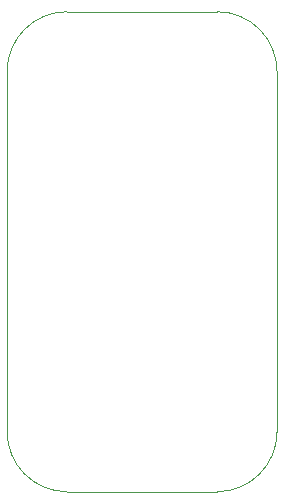
<source format=gbr>
%TF.GenerationSoftware,KiCad,Pcbnew,9.0.1*%
%TF.CreationDate,2025-06-02T17:05:47-07:00*%
%TF.ProjectId,CircuitBlockPowerSupply,43697263-7569-4744-926c-6f636b506f77,rev?*%
%TF.SameCoordinates,Original*%
%TF.FileFunction,Profile,NP*%
%FSLAX46Y46*%
G04 Gerber Fmt 4.6, Leading zero omitted, Abs format (unit mm)*
G04 Created by KiCad (PCBNEW 9.0.1) date 2025-06-02 17:05:47*
%MOMM*%
%LPD*%
G01*
G04 APERTURE LIST*
%TA.AperFunction,Profile*%
%ADD10C,0.050000*%
%TD*%
G04 APERTURE END LIST*
D10*
X43180000Y-25400000D02*
G75*
G02*
X48260000Y-30480000I0J-5080000D01*
G01*
X48260000Y-60960000D02*
G75*
G02*
X43180000Y-66040000I-5080000J0D01*
G01*
X25400000Y-30480000D02*
G75*
G02*
X30480000Y-25400000I5080000J0D01*
G01*
X30480000Y-66040000D02*
G75*
G02*
X25400000Y-60960000I0J5080000D01*
G01*
X30480000Y-25400000D02*
X43180000Y-25400000D01*
X43180000Y-66040000D02*
X30480000Y-66040000D01*
X48260000Y-30480000D02*
X48260000Y-60960000D01*
X25400000Y-60960000D02*
X25400000Y-30480000D01*
M02*

</source>
